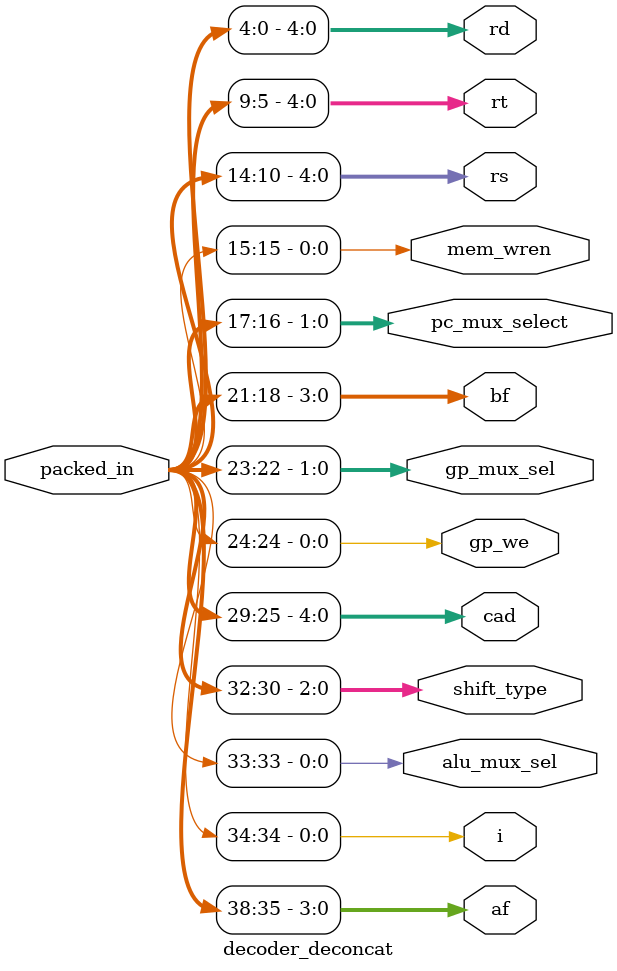
<source format=sv>
module decoder_deconcat (
    input [38:0] packed_in,
    output [3:0] af,
    output i,
    output alu_mux_sel,
    output [2:0] shift_type,
    output [4:0] cad,
    output gp_we,
    output [1:0] gp_mux_sel,
    output [3:0] bf,
    output [1:0] pc_mux_select,
    output mem_wren,
    output [4:0] rs, rt, rd
);

assign {af, i, alu_mux_sel, shift_type, cad, gp_we,
        gp_mux_sel, bf, pc_mux_select, mem_wren,
        rs, rt, rd} = packed_in;

endmodule
</source>
